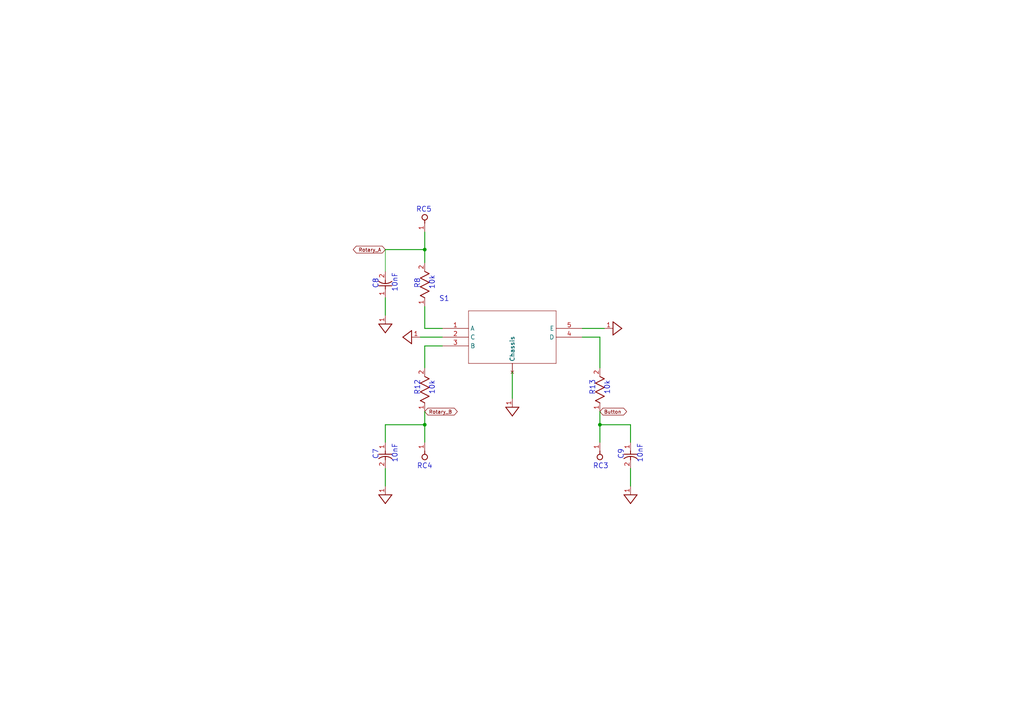
<source format=kicad_sch>
(kicad_sch (version 20231120) (generator "eeschema") (generator_version "8.0")
  (paper "A4")
  (lib_symbols
    (symbol "Clock Controller-eagle-import:CAP_0603"
      (symbol "CAP_0603_1_0"
        (polyline (pts (xy -1.27 0) (xy -0.33 0)) (stroke (width 0.25)))
        (polyline (pts (xy -0.33 -1.905) (xy -0.33 1.905)) (stroke (width 0.25)))
        (polyline (pts (xy 0.305 0) (xy 1.27 0)) (stroke (width 0.25)))
        (arc (start 0.944 1.911) (mid 0.3044 0.0001) (end 0.9439 -1.9109) (stroke (width 0.254)))
        (pin passive line (at -3.81 0 0) (length 2.54) (name "1") (number "1"))
        (pin passive line (at 3.81 0 180) (length 2.54) (name "2") (number "2"))
      )
    )
    (symbol "Clock Controller-eagle-import:GND_DIGITAL" (power)
      (symbol "GND_DIGITAL_1_0"
        (polyline (pts (xy -1.905 1.27) (xy 0 -1.27)) (stroke (width 0.25)))
        (polyline (pts (xy -1.905 1.27) (xy 1.905 1.27)) (stroke (width 0.25)))
        (polyline (pts (xy 0 -1.27) (xy 1.905 1.27)) (stroke (width 0.25)))
        (pin power_in line (at 0 3.81 270) (length 2.54) (name "GNDD") (number "1"))
      )
    )
    (symbol "Clock Controller-eagle-import:PEC11S-929K-S0015"
      (symbol "PEC11S-929K-S0015_1_0"
        (polyline (pts (xy 7.62 -10.16) (xy 33.02 -10.16)) (stroke (width 0.127)))
        (polyline (pts (xy 7.62 5.08) (xy 7.62 -10.16)) (stroke (width 0.127)))
        (polyline (pts (xy 33.02 -10.16) (xy 33.02 5.08)) (stroke (width 0.127)))
        (polyline (pts (xy 33.02 5.08) (xy 7.62 5.08)) (stroke (width 0.127)))
        (pin bidirectional line (at 0 0 0) (length 7.62) (name "A") (number "1"))
        (pin bidirectional line (at 20.32 -12.7 90) (length 2.54) (name "Chassis") (number "10"))
        (pin bidirectional line (at 0 -2.54 0) (length 7.62) (name "C") (number "2"))
        (pin bidirectional line (at 0 -5.08 0) (length 7.62) (name "B") (number "3"))
        (pin bidirectional line (at 40.64 -2.54 180) (length 7.62) (name "D") (number "4"))
        (pin bidirectional line (at 40.64 0 180) (length 7.62) (name "E") (number "5"))
        (pin no_connect line (at 20.32 -12.7 90) (length 2.54) (name "Chassis") (number "6"))
      )
    )
    (symbol "Clock Controller-eagle-import:RC3" (power)
      (symbol "RC3_1_0"
        (circle (center -0.476 0) (radius 0.794) (stroke (width 0.25)))
        (polyline (pts (xy 1.27 0) (xy 0.317 0)) (stroke (width 0.25)))
        (pin power_in line (at 3.81 0 180) (length 2.54) (name "1") (number "1"))
      )
    )
    (symbol "Clock Controller-eagle-import:RC4" (power)
      (symbol "RC4_1_0"
        (circle (center -0.476 0) (radius 0.794) (stroke (width 0.25)))
        (polyline (pts (xy 1.27 0) (xy 0.317 0)) (stroke (width 0.25)))
        (pin power_in line (at 3.81 0 180) (length 2.54) (name "1") (number "1"))
      )
    )
    (symbol "Clock Controller-eagle-import:RC5" (power)
      (symbol "RC5_1_0"
        (circle (center -0.476 0) (radius 0.794) (stroke (width 0.25)))
        (polyline (pts (xy 1.27 0) (xy 0.317 0)) (stroke (width 0.25)))
        (pin power_in line (at 3.81 0 180) (length 2.54) (name "1") (number "1"))
      )
    )
    (symbol "Clock Controller-eagle-import:RES_0603"
      (symbol "RES_0603_1_0"
        (polyline (pts (xy -3.81 0) (xy -3.175 1.27)) (stroke (width 0.25)))
        (polyline (pts (xy -3.175 1.27) (xy -1.905 -1.27)) (stroke (width 0.25)))
        (polyline (pts (xy -1.905 -1.27) (xy -0.635 1.27)) (stroke (width 0.25)))
        (polyline (pts (xy -0.635 1.27) (xy 0.635 -1.27)) (stroke (width 0.25)))
        (polyline (pts (xy 0.635 -1.27) (xy 1.905 1.27)) (stroke (width 0.25)))
        (polyline (pts (xy 1.905 1.27) (xy 3.175 -1.27)) (stroke (width 0.25)))
        (polyline (pts (xy 3.175 -1.27) (xy 3.81 0)) (stroke (width 0.25)))
        (pin passive line (at -6.35 0 0) (length 2.54) (name "1") (number "1"))
        (pin passive line (at 6.35 0 180) (length 2.54) (name "2") (number "2"))
      )
    )
  )
  (junction (at 123.19 72.39))
  (junction (at 123.19 123.19))
  (junction (at 173.99 123.19))
  (wire (pts (xy 173.99 97.79) (xy 173.99 106.68)) (stroke (width 0.25)))
  (wire (pts (xy 173.99 119.38) (xy 173.99 123.19)) (stroke (width 0.25)))
  (wire (pts (xy 111.76 140.97) (xy 111.76 135.89)) (stroke (width 0.25)))
  (wire (pts (xy 123.19 123.19) (xy 123.19 128.27)) (stroke (width 0.25)))
  (wire (pts (xy 121.92 97.79) (xy 128.27 97.79)) (stroke (width 0.25)))
  (wire (pts (xy 123.19 95.25) (xy 128.27 95.25)) (stroke (width 0.25)))
  (wire (pts (xy 123.19 106.68) (xy 123.19 100.33)) (stroke (width 0.25)))
  (wire (pts (xy 123.19 72.39) (xy 123.19 76.2)) (stroke (width 0.25)))
  (wire (pts (xy 182.88 123.19) (xy 182.88 128.27)) (stroke (width 0.25)))
  (wire (pts (xy 168.91 95.25) (xy 175.26 95.25)) (stroke (width 0.25)))
  (wire (pts (xy 173.99 128.27) (xy 173.99 123.19)) (stroke (width 0.25)))
  (wire (pts (xy 182.88 140.97) (xy 182.88 135.89)) (stroke (width 0.25)))
  (wire (pts (xy 111.76 128.27) (xy 111.76 123.19)) (stroke (width 0.25)))
  (wire (pts (xy 123.19 88.9) (xy 123.19 95.25)) (stroke (width 0.25)))
  (wire (pts (xy 111.76 72.39) (xy 123.19 72.39)) (stroke (width 0.25)))
  (wire (pts (xy 123.19 67.31) (xy 123.19 72.39)) (stroke (width 0.25)))
  (wire (pts (xy 173.99 123.19) (xy 182.88 123.19)) (stroke (width 0.25)))
  (wire (pts (xy 111.76 91.44) (xy 111.76 86.36)) (stroke (width 0.25)))
  (wire (pts (xy 123.19 119.38) (xy 123.19 123.19)) (stroke (width 0.25)))
  (wire (pts (xy 123.19 100.33) (xy 128.27 100.33)) (stroke (width 0.25)))
  (wire (pts (xy 168.91 97.79) (xy 173.99 97.79)) (stroke (width 0.25)))
  (wire (pts (xy 148.59 115.57) (xy 148.59 107.95)) (stroke (width 0.25)))
  (wire (pts (xy 111.76 123.19) (xy 123.19 123.19)) (stroke (width 0.25)))
  (wire (pts (xy 111.76 72.39) (xy 111.76 78.74)))
  (text "10k" (at 124.46 114.595 90) (effects (font (size 1.48 1.48)) (justify left top)))
  (text "C7" (at 109.849 133.372 90) (effects (font (size 1.48 1.48)) (justify left bottom)))
  (text "10k" (at 124.46 84.115 90) (effects (font (size 1.48 1.48)) (justify left top)))
  (text "C8" (at 109.849 83.842 90) (effects (font (size 1.48 1.48)) (justify left bottom)))
  (text "10nF" (at 184.791 134.354 90) (effects (font (size 1.48 1.48)) (justify left top)))
  (text "10k" (at 175.26 114.595 90) (effects (font (size 1.48 1.48)) (justify left top)))
  (text "R12" (at 121.92 114.704 90) (effects (font (size 1.48 1.48)) (justify left bottom)))
  (text "C9" (at 180.969 133.336 90) (effects (font (size 1.48 1.48)) (justify left bottom)))
  (text "10nF" (at 113.671 84.824 90) (effects (font (size 1.48 1.48)) (justify left top)))
  (text "RC5" (at 125.222 61.722 0) (effects (font (size 1.48 1.48)) (justify right bottom)))
  (text "RC3" (at 171.958 136.144 0) (effects (font (size 1.48 1.48)) (justify left bottom)))
  (text "R13" (at 172.72 114.704 90) (effects (font (size 1.48 1.48)) (justify left bottom)))
  (text "10nF" (at 113.671 134.354 90) (effects (font (size 1.48 1.48)) (justify left top)))
  (text "RC4" (at 125.476 136.144 0) (effects (font (size 1.48 1.48)) (justify right bottom)))
  (text "S1" (at 127.341 87.63 0) (effects (font (size 1.48 1.48)) (justify left bottom)))
  (text "R8" (at 121.92 83.805 90) (effects (font (size 1.48 1.48)) (justify left bottom)))
  (global_label "Button" (shape bidirectional) (at 173.99 119.38 0) (effects (font (size 1.016 1.016))) (property "Intersheetrefs" "${INTERSHEET_REFS}" (effects (hide yes))))
  (global_label "Rotary_A" (shape bidirectional) (at 111.76 72.39 180) (effects (font (size 1.016 1.016))) (property "Intersheetrefs" "${INTERSHEET_REFS}" (effects (hide yes))))
  (global_label "Rotary_B" (shape bidirectional) (at 123.19 119.38 0) (effects (font (size 1.016 1.016))) (property "Intersheetrefs" "${INTERSHEET_REFS}" (effects (hide yes))))
  (symbol (lib_id "Clock Controller-eagle-import:CAP_0603") (at 111.76 82.55 90) (unit 1)
    (property "Reference" "C8" (effects (hide yes)))
    (property "Value" "10nF" (effects (hide yes)))
    (property "Footprint" "Clock Controller:CAP_0603" (effects (hide yes)))
  )
  (symbol (lib_id "Clock Controller-eagle-import:GND_DIGITAL") (at 118.11 97.79 270) (unit 1)
    (property "Reference" "#NetPort015" (effects (hide yes)))
    (property "Value" "GND_DIGITAL" (effects (hide yes)))
  )
  (symbol (lib_id "Clock Controller-eagle-import:RC5") (at 123.19 63.5 270) (unit 1)
    (property "Reference" "#NetPort031" (effects (hide yes)))
    (property "Value" "RC5" (effects (hide yes)))
  )
  (symbol (lib_id "Clock Controller-eagle-import:CAP_0603") (at 111.76 132.08 270) (unit 1)
    (property "Reference" "C7" (effects (hide yes)))
    (property "Value" "10nF" (effects (hide yes)))
    (property "Footprint" "Clock Controller:CAP_0603" (effects (hide yes)))
  )
  (symbol (lib_id "Clock Controller-eagle-import:GND_DIGITAL") (at 148.59 119.38 0) (unit 1)
    (property "Reference" "#NetPort02" (effects (hide yes)))
    (property "Value" "GND_DIGITAL" (effects (hide yes)))
  )
  (symbol (lib_id "Clock Controller-eagle-import:RES_0603") (at 123.19 82.55 90) (unit 1)
    (property "Reference" "R8" (effects (hide yes)))
    (property "Value" "10k" (effects (hide yes)))
    (property "Footprint" "Clock Controller:RES_0603" (effects (hide yes)))
  )
  (symbol (lib_id "Clock Controller-eagle-import:CAP_0603") (at 182.88 132.08 270) (unit 1)
    (property "Reference" "C9" (effects (hide yes)))
    (property "Value" "10nF" (effects (hide yes)))
    (property "Footprint" "Clock Controller:CAP_0603" (effects (hide yes)))
  )
  (symbol (lib_id "Clock Controller-eagle-import:GND_DIGITAL") (at 179.07 95.25 90) (unit 1)
    (property "Reference" "#NetPort014" (effects (hide yes)))
    (property "Value" "GND_DIGITAL" (effects (hide yes)))
  )
  (symbol (lib_id "Clock Controller-eagle-import:PEC11S-929K-S0015") (at 128.27 95.25 0) (unit 1)
    (property "Reference" "S1" (effects (hide yes)))
    (property "Value" "PEC11S-929K-S0015" (effects (hide yes)))
    (property "Footprint" "Clock Controller:IC5_PEC11S-929K-S0015_BRN" (effects (hide yes)))
  )
  (symbol (lib_id "Clock Controller-eagle-import:GND_DIGITAL") (at 182.88 144.78 0) (unit 1)
    (property "Reference" "#NetPort032" (effects (hide yes)))
    (property "Value" "GND_DIGITAL" (effects (hide yes)))
  )
  (symbol (lib_id "Clock Controller-eagle-import:RES_0603") (at 123.19 113.03 90) (unit 1)
    (property "Reference" "R12" (effects (hide yes)))
    (property "Value" "10k" (effects (hide yes)))
    (property "Footprint" "Clock Controller:RES_0603" (effects (hide yes)))
  )
  (symbol (lib_id "Clock Controller-eagle-import:GND_DIGITAL") (at 111.76 95.25 0) (unit 1)
    (property "Reference" "#NetPort034" (effects (hide yes)))
    (property "Value" "GND_DIGITAL" (effects (hide yes)))
  )
  (symbol (lib_id "Clock Controller-eagle-import:RES_0603") (at 173.99 113.03 90) (unit 1)
    (property "Reference" "R13" (effects (hide yes)))
    (property "Value" "10k" (effects (hide yes)))
    (property "Footprint" "Clock Controller:RES_0603" (effects (hide yes)))
  )
  (symbol (lib_id "Clock Controller-eagle-import:GND_DIGITAL") (at 111.76 144.78 0) (unit 1)
    (property "Reference" "#NetPort033" (effects (hide yes)))
    (property "Value" "GND_DIGITAL" (effects (hide yes)))
  )
  (symbol (lib_id "Clock Controller-eagle-import:RC4") (at 123.19 132.08 90) (unit 1)
    (property "Reference" "#NetPort035" (effects (hide yes)))
    (property "Value" "RC4" (effects (hide yes)))
  )
  (symbol (lib_id "Clock Controller-eagle-import:RC3") (at 173.99 132.08 90) (unit 1)
    (property "Reference" "#NetPort036" (effects (hide yes)))
    (property "Value" "RC3" (effects (hide yes)))
  )
)
</source>
